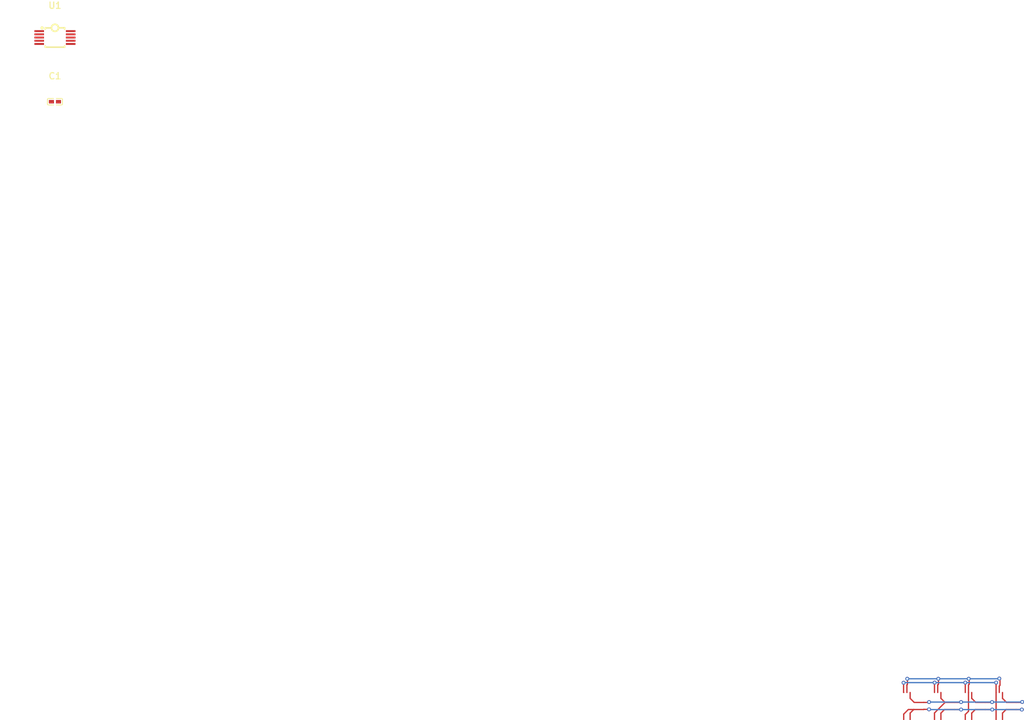
<source format=kicad_pcb>
(kicad_pcb (version 20241229) (generator "pcbnew") (generator_version "9.0")
  (layers (0 "F.Cu" signal) (2 "B.Cu" signal) (13 "F.Paste" user) (15 "B.Paste" user) (5 "F.SilkS" user "F.Silkscreen") (7 "B.SilkS" user "B.Silkscreen") (1 "F.Mask" user) (3 "B.Mask" user) (25 "Edge.Cuts" user))
  (net 0 "")
  (net 25 "gnd")
  (net 26 "SDA")
  (net 27 "hv")
  (net 28 "VOUTD")
  (net 29 "RDY_BSYh")
  (net 30 "VOUTA")
  (net 31 "SCL")
  (net 32 "LDACh")
  (net 33 "VOUTC")
  (net 34 "VOUTB")
  (footprint "atopile:C0402-b3ef17" (layer "F.Cu") (at 0 0 0)
    (property "Reference" "C1" (at 0 -4 0) (layer "F.SilkS") (hide no))
    (property "Value" "100nF ±10% 16V X7R")
    (fp_line (start 1.02 -0.5) (end 0.23 -0.5) (stroke (width 0.15)) (layer "F.SilkS"))
    (fp_line (start 0.23 0.5) (end 1.02 0.5) (stroke (width 0.15)) (layer "F.SilkS"))
    (fp_line (start 1.17 0.35) (end 1.17 -0.35) (stroke (width 0.15)) (layer "F.SilkS"))
    (fp_line (start -1.02 -0.5) (end -0.23 -0.5) (stroke (width 0.15)) (layer "F.SilkS"))
    (fp_line (start -0.23 0.5) (end -1.02 0.5) (stroke (width 0.15)) (layer "F.SilkS"))
    (fp_line (start -1.17 0.35) (end -1.17 -0.35) (stroke (width 0.15)) (layer "F.SilkS"))
    (fp_arc (start 1.17 0.35) (mid 1.1260660171779822 0.456066017177982) (end 1.02 0.4999999999999999) (stroke (width 0.15)) (layer "F.SilkS"))
    (fp_arc (start 1.02 -0.5) (mid 1.1260660171779822 -0.4560660171779821) (end 1.17 -0.35) (stroke (width 0.15)) (layer "F.SilkS"))
    (fp_arc (start -1.17 0.35) (mid -1.1260660171779822 0.456066017177982) (end -1.02 0.4999999999999999) (stroke (width 0.15)) (layer "F.SilkS"))
    (fp_arc (start -1.02 -0.5) (mid -1.1260660171779822 -0.4560660171779821) (end -1.17 -0.35) (stroke (width 0.15)) (layer "F.SilkS"))
    (fp_text user "${REFERENCE}" (at 0 -4 0) (layer "F.SilkS"))
    (pad "2" smd rect (at 0.55 0 0) (size 0.79 0.54) (layers "F.Cu" "F.Paste" "F.Mask") (net 25 "gnd"))
    (pad "1" smd rect (at -0.55 0 0) (size 0.79 0.54) (layers "F.Cu" "F.Paste" "F.Mask") (net 27 "hv"))
  )
  (footprint "atopile:MSOP-10_L3.0-W3.0-P0.50-LS5.0-TL-ee3c6b" (layer "F.Cu") (at 0 -10 0)
    (property "Reference" "U1" (at 0 -5 0) (layer "F.SilkS") (hide no))
    (property "Value" "")
    (fp_line (start -0.55 -1.5) (end -1.5 -1.5) (stroke (width 0.25)) (layer "F.SilkS"))
    (fp_line (start 1.5 -1.52) (end 0.55 -1.52) (stroke (width 0.25)) (layer "F.SilkS"))
    (fp_line (start 1.5 -1.3) (end 1.5 -1.52) (stroke (width 0.25)) (layer "F.SilkS"))
    (fp_line (start 1.5 1.5) (end 1.5 1.3) (stroke (width 0.25)) (layer "F.SilkS"))
    (fp_line (start -1.5 -1.3) (end -1.5 -1.5) (stroke (width 0.25)) (layer "F.SilkS"))
    (fp_line (start 1.5 1.5) (end -1.5 1.5) (stroke (width 0.25)) (layer "F.SilkS"))
    (fp_line (start -1.5 1.5) (end -1.5 1.3) (stroke (width 0.25)) (layer "F.SilkS"))
    (fp_arc (start -0.55 -1.5) (mid 0.550066323040278 -1.515200024706536) (end -0.5500907564003881 -1.509600346588942) (stroke (width 0.25)) (layer "F.SilkS"))
    (fp_circle (center -2 -1.5) (end -1.87 -1.5) (stroke (width 0.25)) (fill no) (layer "F.SilkS"))
    (fp_text user "${REFERENCE}" (at 0 -5 0) (layer "F.SilkS"))
    (pad "1" smd rect (at -2.45 -1 0) (size 1.5 0.3) (layers "F.Cu" "F.Paste" "F.Mask") (net 27 "hv"))
    (pad "2" smd rect (at -2.45 -0.5 0) (size 1.5 0.3) (layers "F.Cu" "F.Paste" "F.Mask") (net 31 "SCL"))
    (pad "3" smd rect (at -2.45 0 0) (size 1.5 0.3) (layers "F.Cu" "F.Paste" "F.Mask") (net 26 "SDA"))
    (pad "4" smd rect (at -2.45 0.5 0) (size 1.5 0.3) (layers "F.Cu" "F.Paste" "F.Mask") (net 32 "LDACh"))
    (pad "5" smd rect (at -2.45 1 0) (size 1.5 0.3) (layers "F.Cu" "F.Paste" "F.Mask") (net 29 "RDY_BSYh"))
    (pad "6" smd rect (at 2.45 1 0) (size 1.5 0.3) (layers "F.Cu" "F.Paste" "F.Mask") (net 30 "VOUTA"))
    (pad "7" smd rect (at 2.45 0.5 0) (size 1.5 0.3) (layers "F.Cu" "F.Paste" "F.Mask") (net 34 "VOUTB"))
    (pad "8" smd rect (at 2.45 0 0) (size 1.5 0.3) (layers "F.Cu" "F.Paste" "F.Mask") (net 33 "VOUTC"))
    (pad "9" smd rect (at 2.45 -0.5 0) (size 1.5 0.3) (layers "F.Cu" "F.Paste" "F.Mask") (net 28 "VOUTD"))
    (pad "10" smd rect (at 2.45 -1 0) (size 1.5 0.3) (layers "F.Cu" "F.Paste" "F.Mask") (net 25 "gnd"))
  )
  (via (at 132.11 90.51) (size 0.6) (drill 0.3) (layers "F.Cu" "B.Cu") (net 0))
  (via (at 141.72 90.49) (size 0.6) (drill 0.3) (layers "F.Cu" "B.Cu") (net 0))
  (via (at 136.94 90.49) (size 0.6) (drill 0.3) (layers "F.Cu" "B.Cu") (net 0))
  (via (at 146.52 90.49) (size 0.6) (drill 0.3) (layers "F.Cu" "B.Cu") (net 0))
  (via (at 132.686459 89.89) (size 0.6) (drill 0.3) (layers "F.Cu" "B.Cu") (net 0))
  (via (at 147.011154 89.858516) (size 0.6) (drill 0.3) (layers "F.Cu" "B.Cu") (net 0))
  (via (at 142.25 89.89) (size 0.6) (drill 0.3) (layers "F.Cu" "B.Cu") (net 0))
  (via (at 137.52 89.89) (size 0.6) (drill 0.3) (layers "F.Cu" "B.Cu") (net 0))
  (via (at 145.88 93.52) (size 0.6) (drill 0.3) (layers "F.Cu" "B.Cu") (net 0))
  (via (at 136.08 93.52) (size 0.6) (drill 0.3) (layers "F.Cu" "B.Cu") (net 0))
  (via (at 150.58 93.5) (size 0.6) (drill 0.3) (layers "F.Cu" "B.Cu") (net 0))
  (via (at 141.06 93.52) (size 0.6) (drill 0.3) (layers "F.Cu" "B.Cu") (net 0))
  (via (at 150.52 94.69) (size 0.6) (drill 0.3) (layers "F.Cu" "B.Cu") (net 0))
  (via (at 136.07 94.66) (size 0.6) (drill 0.3) (layers "F.Cu" "B.Cu") (net 0))
  (via (at 145.91 94.69) (size 0.6) (drill 0.3) (layers "F.Cu" "B.Cu") (net 0))
  (via (at 141.06 94.69) (size 0.6) (drill 0.3) (layers "F.Cu" "B.Cu") (net 0))
  (segment (start 136.923333 92.03) (end 136.923333 90.506667) (width 0.2) (net 0) (layer "F.Cu"))
  (segment (start 141.716667 90.493333) (end 141.72 90.49) (width 0.2) (net 0) (layer "F.Cu"))
  (segment (start 132.11 92.01) (end 132.13 92.03) (width 0.2) (net 0) (layer "F.Cu"))
  (segment (start 132.11 90.51) (end 132.11 92.01) (width 0.2) (net 0) (layer "F.Cu"))
  (segment (start 146.51 90.5) (end 146.52 90.49) (width 0.2) (net 0) (layer "F.Cu"))
  (segment (start 141.716667 92.03) (end 141.716667 90.493333) (width 0.2) (net 0) (layer "F.Cu"))
  (segment (start 146.51 96.25) (end 146.51 92.03) (width 0.2) (net 0) (layer "F.Cu"))
  (segment (start 146.51 92.03) (end 146.51 90.5) (width 0.2) (net 0) (layer "F.Cu"))
  (segment (start 136.923333 90.506667) (end 136.94 90.49) (width 0.2) (net 0) (layer "F.Cu"))
  (segment (start 132.13 90.49) (end 132.11 90.51) (width 0.2) (net 0) (layer "B.Cu"))
  (segment (start 141.72 90.49) (end 136.94 90.49) (width 0.2) (net 0) (layer "B.Cu"))
  (segment (start 136.94 90.49) (end 132.13 90.49) (width 0.2) (net 0) (layer "B.Cu"))
  (segment (start 146.52 90.49) (end 141.72 90.49) (width 0.2) (net 0) (layer "B.Cu"))
  (segment (start 147.01 91.02) (end 147.01 92.03) (width 0.2) (net 0) (layer "F.Cu"))
  (segment (start 132.63 90.839943) (end 132.711 90.758943) (width 0.2) (net 0) (layer "F.Cu"))
  (segment (start 137.541 90.738943) (end 137.541 89.911) (width 0.2) (net 0) (layer "F.Cu"))
  (segment (start 142.216667 90.843276) (end 142.321 90.738943) (width 0.2) (net 0) (layer "F.Cu"))
  (segment (start 137.423333 92.03) (end 137.423333 90.85661) (width 0.2) (net 0) (layer "F.Cu"))
  (segment (start 137.423333 90.85661) (end 137.541 90.738943) (width 0.2) (net 0) (layer "F.Cu"))
  (segment (start 141.716667 96.25) (end 141.716667 95.456332) (width 0.2) (net 0) (layer "F.Cu"))
  (segment (start 137.541 89.911) (end 137.52 89.89) (width 0.2) (net 0) (layer "F.Cu"))
  (segment (start 142.216667 94.956332) (end 142.216667 92.03) (width 0.2) (net 0) (layer "F.Cu"))
  (segment (start 132.63 92.03) (end 132.63 90.839943) (width 0.2) (net 0) (layer "F.Cu"))
  (segment (start 147.121 89.968362) (end 147.121 90.909) (width 0.2) (net 0) (layer "F.Cu"))
  (segment (start 141.716667 95.456332) (end 142.216667 94.956332) (width 0.2) (net 0) (layer "F.Cu"))
  (segment (start 132.711 89.914541) (end 132.686459 89.89) (width 0.2) (net 0) (layer "F.Cu"))
  (segment (start 142.216667 92.03) (end 142.216667 90.843276) (width 0.2) (net 0) (layer "F.Cu"))
  (segment (start 142.321 89.961) (end 142.25 89.89) (width 0.2) (net 0) (layer "F.Cu"))
  (segment (start 147.121 90.909) (end 147.01 91.02) (width 0.2) (net 0) (layer "F.Cu"))
  (segment (start 147.011154 89.858516) (end 147.121 89.968362) (width 0.2) (net 0) (layer "F.Cu"))
  (segment (start 142.321 90.738943) (end 142.321 89.961) (width 0.2) (net 0) (layer "F.Cu"))
  (segment (start 132.711 90.758943) (end 132.711 89.914541) (width 0.2) (net 0) (layer "F.Cu"))
  (segment (start 142.25 89.89) (end 146.97967 89.89) (width 0.2) (net 0) (layer "B.Cu"))
  (segment (start 137.52 89.89) (end 142.25 89.89) (width 0.2) (net 0) (layer "B.Cu"))
  (segment (start 132.686459 89.89) (end 137.52 89.89) (width 0.2) (net 0) (layer "B.Cu"))
  (segment (start 146.97967 89.89) (end 147.011154 89.858516) (width 0.2) (net 0) (layer "B.Cu"))
  (segment (start 133.768332 93.58) (end 133.13 92.941668) (width 0.2) (net 0) (layer "F.Cu"))
  (segment (start 150.5 93.58) (end 150.58 93.5) (width 0.2) (net 0) (layer "F.Cu"))
  (segment (start 140.043333 93.58) (end 141 93.58) (width 0.2) (net 0) (layer "F.Cu"))
  (segment (start 138.561665 93.58) (end 137.923333 92.941668) (width 0.2) (net 0) (layer "F.Cu"))
  (segment (start 145.82 93.58) (end 145.88 93.52) (width 0.2) (net 0) (layer "F.Cu"))
  (segment (start 141 93.58) (end 141.06 93.52) (width 0.2) (net 0) (layer "F.Cu"))
  (segment (start 148.148332 93.58) (end 147.51 92.941668) (width 0.2) (net 0) (layer "F.Cu"))
  (segment (start 140.043333 93.58) (end 138.561665 93.58) (width 0.2) (net 0) (layer "F.Cu"))
  (segment (start 133.13 92.941668) (end 133.13 92.03) (width 0.2) (net 0) (layer "F.Cu"))
  (segment (start 136.02 93.58) (end 136.08 93.52) (width 0.2) (net 0) (layer "F.Cu"))
  (segment (start 144.836667 93.58) (end 143.354999 93.58) (width 0.2) (net 0) (layer "F.Cu"))
  (segment (start 144.836667 93.58) (end 145.82 93.58) (width 0.2) (net 0) (layer "F.Cu"))
  (segment (start 142.716667 92.941668) (end 142.716667 92.03) (width 0.2) (net 0) (layer "F.Cu"))
  (segment (start 137.923333 92.941668) (end 137.923333 92.03) (width 0.2) (net 0) (layer "F.Cu"))
  (segment (start 147.51 92.941668) (end 147.51 92.03) (width 0.2) (net 0) (layer "F.Cu"))
  (segment (start 135.25 93.58) (end 133.768332 93.58) (width 0.2) (net 0) (layer "F.Cu"))
  (segment (start 143.354999 93.58) (end 142.716667 92.941668) (width 0.2) (net 0) (layer "F.Cu"))
  (segment (start 136.923333 95.218332) (end 138.561665 93.58) (width 0.2) (net 0) (layer "F.Cu"))
  (segment (start 136.923333 96.25) (end 136.923333 95.218332) (width 0.2) (net 0) (layer "F.Cu"))
  (segment (start 135.25 93.58) (end 136.02 93.58) (width 0.2) (net 0) (layer "F.Cu"))
  (segment (start 149.63 93.58) (end 150.5 93.58) (width 0.2) (net 0) (layer "F.Cu"))
  (segment (start 149.63 93.58) (end 148.148332 93.58) (width 0.2) (net 0) (layer "F.Cu"))
  (segment (start 150.56 93.52) (end 150.58 93.5) (width 0.2) (net 0) (layer "B.Cu"))
  (segment (start 136.08 93.52) (end 141.06 93.52) (width 0.2) (net 0) (layer "B.Cu"))
  (segment (start 141.06 93.52) (end 145.88 93.52) (width 0.2) (net 0) (layer "B.Cu"))
  (segment (start 145.88 93.52) (end 150.56 93.52) (width 0.2) (net 0) (layer "B.Cu"))
  (segment (start 148.07 94.68) (end 147.51 95.24) (width 0.2) (net 0) (layer "F.Cu"))
  (segment (start 149.63 94.68) (end 150.51 94.68) (width 0.2) (net 0) (layer "F.Cu"))
  (segment (start 140.043333 94.68) (end 141.05 94.68) (width 0.2) (net 0) (layer "F.Cu"))
  (segment (start 143.276667 94.68) (end 142.716667 95.24) (width 0.2) (net 0) (layer "F.Cu"))
  (segment (start 142.716667 95.24) (end 142.716667 96.25) (width 0.2) (net 0) (layer "F.Cu"))
  (segment (start 137.923333 95.24) (end 137.923333 96.25) (width 0.2) (net 0) (layer "F.Cu"))
  (segment (start 135.25 94.68) (end 133.69 94.68) (width 0.2) (net 0) (layer "F.Cu"))
  (segment (start 144.836667 94.68) (end 143.276667 94.68) (width 0.2) (net 0) (layer "F.Cu"))
  (segment (start 144.836667 94.68) (end 145.9 94.68) (width 0.2) (net 0) (layer "F.Cu"))
  (segment (start 150.51 94.68) (end 150.52 94.69) (width 0.2) (net 0) (layer "F.Cu"))
  (segment (start 135.27 94.66) (end 135.25 94.68) (width 0.2) (net 0) (layer "F.Cu"))
  (segment (start 136.07 94.66) (end 135.27 94.66) (width 0.2) (net 0) (layer "F.Cu"))
  (segment (start 145.9 94.68) (end 145.91 94.69) (width 0.2) (net 0) (layer "F.Cu"))
  (segment (start 132.13 95.4) (end 132.85 94.68) (width 0.2) (net 0) (layer "F.Cu"))
  (segment (start 138.483333 94.68) (end 137.923333 95.24) (width 0.2) (net 0) (layer "F.Cu"))
  (segment (start 147.51 95.24) (end 147.51 96.25) (width 0.2) (net 0) (layer "F.Cu"))
  (segment (start 132.13 96.25) (end 132.13 95.4) (width 0.2) (net 0) (layer "F.Cu"))
  (segment (start 133.13 95.24) (end 133.13 96.25) (width 0.2) (net 0) (layer "F.Cu"))
  (segment (start 140.043333 94.68) (end 138.483333 94.68) (width 0.2) (net 0) (layer "F.Cu"))
  (segment (start 132.85 94.68) (end 133.69 94.68) (width 0.2) (net 0) (layer "F.Cu"))
  (segment (start 149.63 94.68) (end 148.07 94.68) (width 0.2) (net 0) (layer "F.Cu"))
  (segment (start 141.05 94.68) (end 141.06 94.69) (width 0.2) (net 0) (layer "F.Cu"))
  (segment (start 133.69 94.68) (end 133.13 95.24) (width 0.2) (net 0) (layer "F.Cu"))
  (segment (start 141.06 94.69) (end 136.1 94.69) (width 0.2) (net 0) (layer "B.Cu"))
  (segment (start 145.91 94.69) (end 141.06 94.69) (width 0.2) (net 0) (layer "B.Cu"))
  (segment (start 136.1 94.69) (end 136.07 94.66) (width 0.2) (net 0) (layer "B.Cu"))
  (segment (start 150.52 94.69) (end 145.91 94.69) (width 0.2) (net 0) (layer "B.Cu"))
)
</source>
